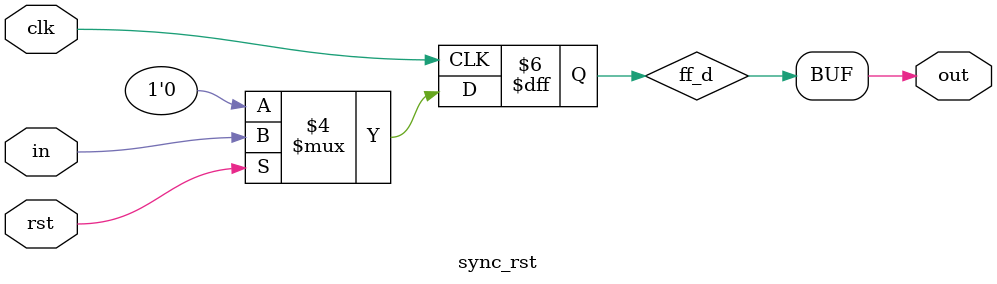
<source format=v>
module sync_rst (
	input in,
	input clk,
	input rst,
	output out
);

	reg ff_d;

	always @(posedge clk) begin
		if (!rst) begin
			ff_d <= 1'b0;
		end
		else begin
			ff_d <= in;
		end
	end

	assign out = ff_d;

endmodule

</source>
